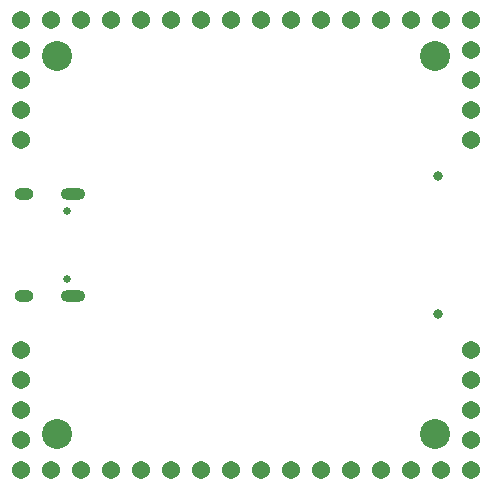
<source format=gbr>
%TF.GenerationSoftware,KiCad,Pcbnew,8.0.6-8.0.6-0~ubuntu24.04.1*%
%TF.CreationDate,2024-10-23T10:13:36-04:00*%
%TF.ProjectId,ta-expt-v2,74612d65-7870-4742-9d76-322e6b696361,rev?*%
%TF.SameCoordinates,Original*%
%TF.FileFunction,Soldermask,Bot*%
%TF.FilePolarity,Negative*%
%FSLAX46Y46*%
G04 Gerber Fmt 4.6, Leading zero omitted, Abs format (unit mm)*
G04 Created by KiCad (PCBNEW 8.0.6-8.0.6-0~ubuntu24.04.1) date 2024-10-23 10:13:36*
%MOMM*%
%LPD*%
G01*
G04 APERTURE LIST*
%ADD10C,0.800000*%
%ADD11C,0.650000*%
%ADD12O,2.100000X1.000000*%
%ADD13O,1.600000X1.000000*%
%ADD14C,1.540000*%
%ADD15C,2.540000*%
G04 APERTURE END LIST*
D10*
%TO.C,J5*%
X171250000Y-102150000D03*
X171250000Y-113850000D03*
%TD*%
D11*
%TO.C,J3*%
X139890000Y-105110000D03*
X139890000Y-110890000D03*
D12*
X140390000Y-103680000D03*
D13*
X136210000Y-103680000D03*
D12*
X140390000Y-112320000D03*
D13*
X136210000Y-112320000D03*
%TD*%
D14*
%TO.C,J7*%
X135950000Y-116890000D03*
X135950000Y-119430000D03*
X135950000Y-121970000D03*
X135950000Y-124510000D03*
%TD*%
%TO.C,J8*%
X135950000Y-127050000D03*
X138490000Y-127050000D03*
X141030000Y-127050000D03*
X143570000Y-127050000D03*
X146110000Y-127050000D03*
X148650000Y-127050000D03*
X151190000Y-127050000D03*
X153730000Y-127050000D03*
X156270000Y-127050000D03*
X158810000Y-127050000D03*
X161350000Y-127050000D03*
X163890000Y-127050000D03*
X166430000Y-127050000D03*
X168970000Y-127050000D03*
X171510000Y-127050000D03*
X174050000Y-127050000D03*
%TD*%
%TO.C,J1*%
X174050000Y-124510000D03*
X174050000Y-121970000D03*
X174050000Y-119430000D03*
X174050000Y-116890000D03*
%TD*%
%TO.C,J2*%
X135950000Y-99110000D03*
X135950000Y-96570000D03*
X135950000Y-94030000D03*
X135950000Y-91490000D03*
%TD*%
D15*
%TO.C,J6*%
X139000000Y-92000000D03*
X171000000Y-92000000D03*
X139000000Y-124000000D03*
X171000000Y-124000000D03*
%TD*%
D14*
%TO.C,J4*%
X174050000Y-99110000D03*
X174050000Y-96570000D03*
X174050000Y-94030000D03*
X174050000Y-91490000D03*
%TD*%
%TO.C,J9*%
X135950000Y-88950000D03*
X138490000Y-88950000D03*
X141030000Y-88950000D03*
X143570000Y-88950000D03*
X146110000Y-88950000D03*
X148650000Y-88950000D03*
X151190000Y-88950000D03*
X153730000Y-88950000D03*
X156270000Y-88950000D03*
X158810000Y-88950000D03*
X161350000Y-88950000D03*
X163890000Y-88950000D03*
X166430000Y-88950000D03*
X168970000Y-88950000D03*
X171510000Y-88950000D03*
X174050000Y-88950000D03*
%TD*%
M02*

</source>
